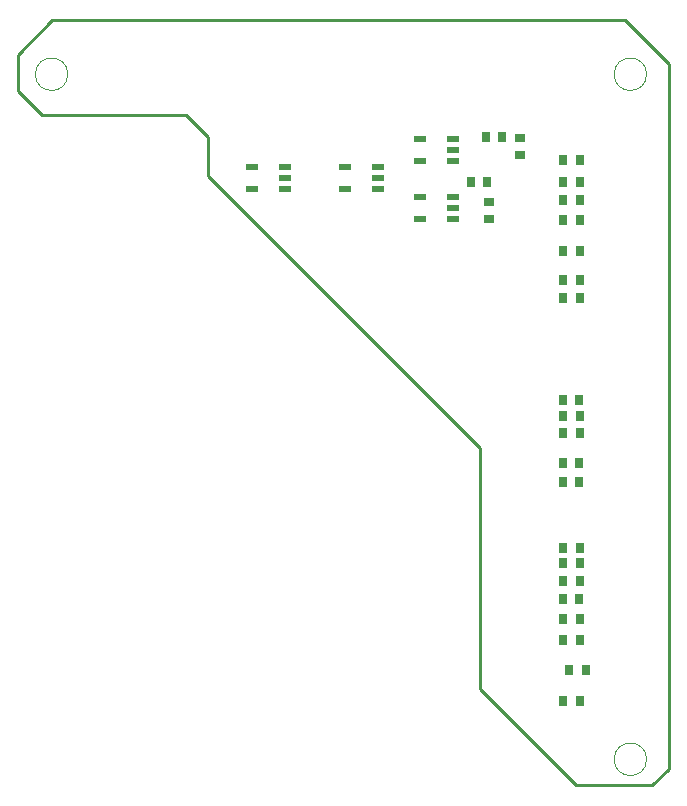
<source format=gtp>
G04*
G04 #@! TF.GenerationSoftware,Altium Limited,Altium Designer,20.0.2 (26)*
G04*
G04 Layer_Color=8421504*
%FSLAX25Y25*%
%MOIN*%
G70*
G01*
G75*
%ADD12C,0.01000*%
%ADD16C,0.00050*%
%ADD17R,0.03937X0.02362*%
%ADD18R,0.03150X0.03543*%
%ADD19R,0.03543X0.03150*%
D12*
X416500Y441000D02*
Y454000D01*
X409000Y461500D02*
X416500Y454000D01*
X361000Y461500D02*
X409000D01*
X353000Y481500D02*
X364500Y493000D01*
X353000Y469500D02*
Y481500D01*
Y469500D02*
X361000Y461500D01*
X416500Y441000D02*
X436500Y421000D01*
X507000Y350500D01*
Y270000D02*
Y350500D01*
Y270000D02*
X539000Y238000D01*
X564500D01*
X570000Y243500D01*
Y478500D01*
X555500Y493000D02*
X570000Y478500D01*
X364500Y493000D02*
X555500D01*
D16*
X369657Y475004D02*
G03*
X369657Y475004I-5413J0D01*
G01*
X562571D02*
G03*
X562571Y475004I-5413J0D01*
G01*
Y246658D02*
G03*
X562571Y246658I-5413J0D01*
G01*
D17*
X487087Y446020D02*
D03*
Y453500D02*
D03*
X497913D02*
D03*
Y449760D02*
D03*
Y446020D02*
D03*
X487087Y426760D02*
D03*
Y434240D02*
D03*
X497913D02*
D03*
Y430500D02*
D03*
Y426760D02*
D03*
X431087Y436760D02*
D03*
Y444240D02*
D03*
X441913D02*
D03*
Y440500D02*
D03*
Y436760D02*
D03*
X472913D02*
D03*
Y440500D02*
D03*
Y444240D02*
D03*
X462087D02*
D03*
Y436760D02*
D03*
D18*
X508988Y454000D02*
D03*
X514500D02*
D03*
X503988Y439000D02*
D03*
X509500D02*
D03*
X534744Y400500D02*
D03*
X540256D02*
D03*
X534744Y406500D02*
D03*
X540256D02*
D03*
X534744Y439000D02*
D03*
X540256D02*
D03*
X534744Y433000D02*
D03*
X540256D02*
D03*
X534866Y426500D02*
D03*
X540378D02*
D03*
X540256Y293500D02*
D03*
X534744D02*
D03*
X540134Y300000D02*
D03*
X534622D02*
D03*
X540378Y317000D02*
D03*
X534866D02*
D03*
X540134Y339000D02*
D03*
X534622D02*
D03*
X540256Y355468D02*
D03*
X534744D02*
D03*
X540256Y266000D02*
D03*
X534744D02*
D03*
X540256Y286500D02*
D03*
X534744D02*
D03*
X540256Y306000D02*
D03*
X534744D02*
D03*
X540256Y312000D02*
D03*
X534744D02*
D03*
X540134Y345500D02*
D03*
X534622D02*
D03*
X540134Y366500D02*
D03*
X534622D02*
D03*
X540256Y361000D02*
D03*
X534744D02*
D03*
X540256Y416000D02*
D03*
X534744D02*
D03*
X540256Y446500D02*
D03*
X534744D02*
D03*
X542256Y276500D02*
D03*
X536744D02*
D03*
D19*
X520500Y453756D02*
D03*
Y448244D02*
D03*
X510000Y432303D02*
D03*
Y426791D02*
D03*
M02*

</source>
